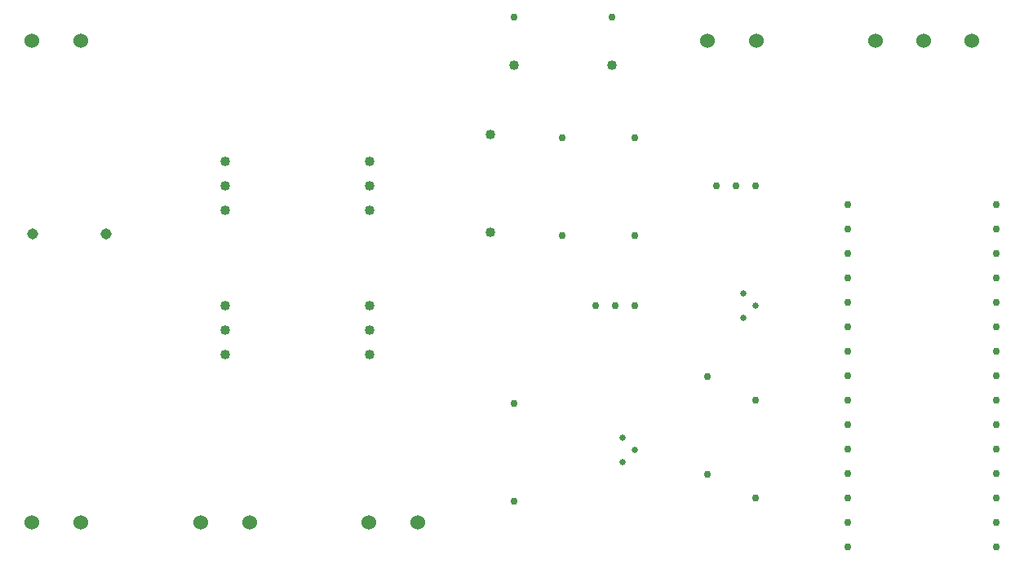
<source format=gbr>
G04 PROTEUS GERBER X2 FILE*
%TF.GenerationSoftware,Labcenter,Proteus,8.15-SP1-Build34318*%
%TF.CreationDate,2023-11-28T19:51:24+00:00*%
%TF.FileFunction,Plated,1,2,PTH*%
%TF.FilePolarity,Positive*%
%TF.Part,Single*%
%TF.SameCoordinates,{4b54416f-b8ac-4c38-86d9-f2280a18938b}*%
%FSLAX45Y45*%
%MOMM*%
G01*
%TA.AperFunction,ComponentDrill*%
%ADD51C,1.524000*%
%TA.AperFunction,ComponentDrill*%
%ADD52C,0.762000*%
%TA.AperFunction,ComponentDrill*%
%ADD53C,0.635000*%
%TA.AperFunction,ComponentDrill*%
%ADD54C,1.016000*%
%ADD55C,1.143000*%
%TD.AperFunction*%
D51*
X+7250000Y+6500000D03*
X+6749620Y+6500000D03*
X+6249240Y+6500000D03*
D52*
X+5000000Y+1750000D03*
X+5000000Y+2766000D03*
X+4500000Y+2000000D03*
X+4500000Y+3016000D03*
D53*
X+4873000Y+3623000D03*
X+5000000Y+3750000D03*
X+4873000Y+3877000D03*
X+3623000Y+2123000D03*
X+3750000Y+2250000D03*
X+3623000Y+2377000D03*
D52*
X+4593600Y+5000000D03*
X+4796800Y+5000000D03*
X+5000000Y+5000000D03*
D51*
X+4500000Y+6500000D03*
X+5008000Y+6500000D03*
D52*
X+3750000Y+5500000D03*
X+3750000Y+4484000D03*
X+2500000Y+6750000D03*
X+3516000Y+6750000D03*
D54*
X+3516000Y+6250000D03*
X+2500000Y+6250000D03*
D52*
X+3750000Y+3750000D03*
X+3546800Y+3750000D03*
X+3343600Y+3750000D03*
X+2500000Y+2734000D03*
X+2500000Y+1718000D03*
X+3000000Y+5500000D03*
X+3000000Y+4484000D03*
D54*
X+2250000Y+5532000D03*
X+2250000Y+4516000D03*
X+1000000Y+5254000D03*
X+1000000Y+5000000D03*
X+1000000Y+4746000D03*
X+1000000Y+3754000D03*
X+1000000Y+3500000D03*
X+1000000Y+3246000D03*
X-500000Y+5250000D03*
X-500000Y+4996000D03*
X-500000Y+4742000D03*
X-500000Y+3754000D03*
X-500000Y+3500000D03*
X-500000Y+3246000D03*
D51*
X-250000Y+1500000D03*
X-758000Y+1500000D03*
X+1500000Y+1500000D03*
X+992000Y+1500000D03*
X-2000000Y+1500000D03*
X-2508000Y+1500000D03*
D52*
X+7500000Y+1500000D03*
X+5962500Y+4040000D03*
X+5962500Y+4294000D03*
X+7500000Y+3786000D03*
X+7500000Y+1754000D03*
X+7500000Y+4548000D03*
X+5962500Y+2262000D03*
X+5962500Y+2008000D03*
X+5962500Y+1754000D03*
X+5962500Y+1500000D03*
X+5962500Y+1246000D03*
X+7500000Y+1246000D03*
X+7500000Y+2008000D03*
X+7500000Y+2262000D03*
X+7500000Y+2516000D03*
X+7500000Y+2770000D03*
X+7500000Y+3024000D03*
X+7500000Y+3278000D03*
X+5962500Y+4548000D03*
X+5962500Y+4802000D03*
X+5962500Y+3786000D03*
X+5962500Y+3532000D03*
X+5962500Y+3278000D03*
X+5962500Y+3024000D03*
X+5962500Y+2770000D03*
X+5962500Y+2516000D03*
X+7500000Y+4294000D03*
X+7500000Y+3532000D03*
X+7500000Y+4040000D03*
X+7500000Y+4802000D03*
D55*
X-1738000Y+4500000D03*
X-2500000Y+4500000D03*
D51*
X-2508000Y+6500000D03*
X-2000000Y+6500000D03*
M02*

</source>
